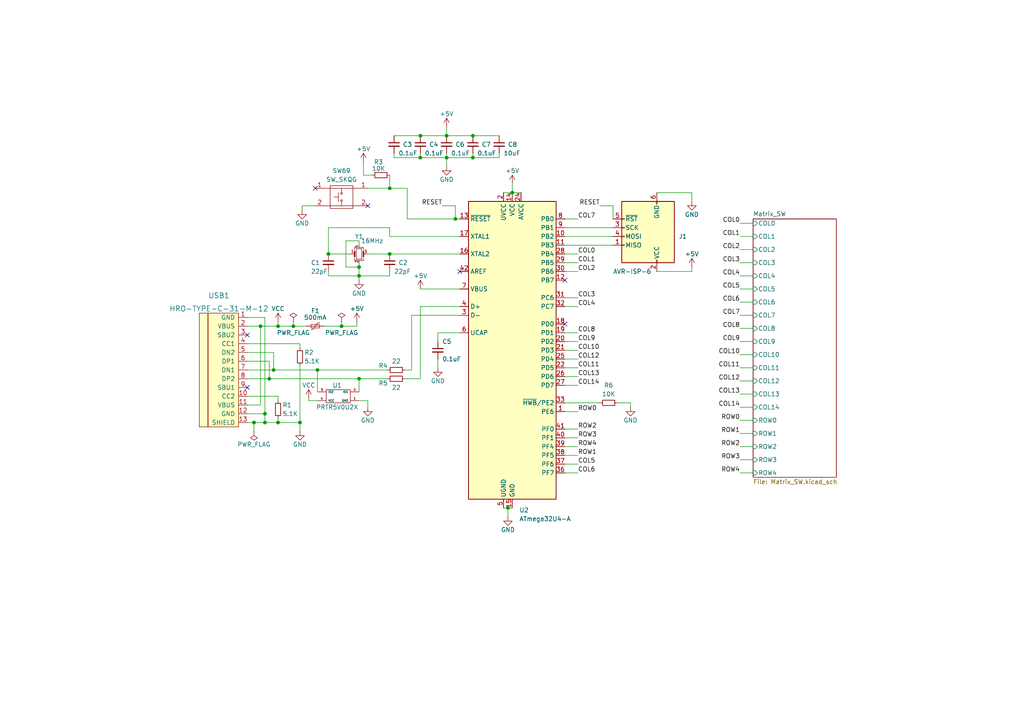
<source format=kicad_sch>
(kicad_sch (version 20211123) (generator eeschema)
  (paper "A4")
  (title_block (title "DIY-Keyboard From Scratch") (date "2023-03-07") (company "Self Employed"))
  (lib_symbols
    (symbol "Connector:AVR-ISP-6" (pin_names (offset 1.016))
      (property "Reference" "J" (at -6.35 11.43 0))
      (property "Value" "AVR-ISP-6" (at 0 11.43 0))
      (symbol "AVR-ISP-6_0_1"
        (rectangle (start -2.667 -6.858) (end -2.413 -7.62))
        (rectangle (start -2.667 10.16) (end -2.413 9.398))
        (rectangle (start 7.62 -2.413) (end 6.858 -2.667))
        (rectangle (start 7.62 0.127) (end 6.858 -0.127))
        (rectangle (start 7.62 2.667) (end 6.858 2.413))
        (rectangle (start 7.62 5.207) (end 6.858 4.953))
        (rectangle (start 7.62 10.16) (end -7.62 -7.62) (stroke (width 0.254)) (fill (type background)))
      )
      (symbol "AVR-ISP-6_1_1"
        (pin passive line (at 10.16 5.08 180) (length 2.54) (name "MISO") (number "1"))
        (pin passive line (at -2.54 12.7 270) (length 2.54) (name "VCC") (number "2"))
        (pin passive line (at 10.16 0 180) (length 2.54) (name "SCK") (number "3"))
        (pin passive line (at 10.16 2.54 180) (length 2.54) (name "MOSI") (number "4"))
        (pin passive line (at 10.16 -2.54 180) (length 2.54) (name "~{RST}") (number "5"))
        (pin passive line (at -2.54 -10.16 90) (length 2.54) (name "GND") (number "6"))
      )
    )
    (symbol "Device:C_Small" (pin_numbers hide) (pin_names (offset 0.254) hide)
      (property "Reference" "C" (at 0.254 1.778 0))
      (property "Value" "C_Small" (at 0.254 -2.032 0))
      (symbol "C_Small_0_1"
        (polyline (pts (xy -1.524 -0.508) (xy 1.524 -0.508)) (stroke (width 0.3302)))
        (polyline (pts (xy -1.524 0.508) (xy 1.524 0.508)) (stroke (width 0.3048)))
      )
      (symbol "C_Small_1_1"
        (pin passive line (at 0 2.54 270) (length 2.032) (name "~") (number "1"))
        (pin passive line (at 0 -2.54 90) (length 2.032) (name "~") (number "2"))
      )
    )
    (symbol "Device:Crystal_GND24_Small" (pin_names (offset 1.016) hide)
      (property "Reference" "Y" (at 1.27 4.445 0))
      (property "Value" "Crystal_GND24_Small" (at 1.27 2.54 0))
      (symbol "Crystal_GND24_Small_0_1"
        (rectangle (start -0.762 -1.524) (end 0.762 1.524))
        (polyline (pts (xy -1.27 -0.762) (xy -1.27 0.762)) (stroke (width 0.381)))
        (polyline (pts (xy 1.27 -0.762) (xy 1.27 0.762)) (stroke (width 0.381)))
        (polyline (pts (xy -1.27 -1.27) (xy -1.27 -1.905) (xy 1.27 -1.905) (xy 1.27 -1.27)))
        (polyline (pts (xy -1.27 1.27) (xy -1.27 1.905) (xy 1.27 1.905) (xy 1.27 1.27)))
      )
      (symbol "Crystal_GND24_Small_1_1"
        (pin passive line (at -2.54 0 0) (length 1.27) (name "1") (number "1"))
        (pin passive line (at 0 -2.54 90) (length 0.635) (name "2") (number "2"))
        (pin passive line (at 2.54 0 180) (length 1.27) (name "3") (number "3"))
        (pin passive line (at 0 2.54 270) (length 0.635) (name "4") (number "4"))
      )
    )
    (symbol "Device:Polyfuse_Small" (pin_numbers hide) (pin_names (offset 0))
      (property "Reference" "F" (at -1.905 0 90))
      (property "Value" "Polyfuse_Small" (at 1.905 0 90))
      (symbol "Polyfuse_Small_0_1"
        (rectangle (start -0.508 1.27) (end 0.508 -1.27))
        (polyline (pts (xy 0 2.54) (xy 0 -2.54)))
        (polyline (pts (xy -1.016 1.27) (xy -1.016 0.762) (xy 1.016 -0.762) (xy 1.016 -1.27)))
      )
      (symbol "Polyfuse_Small_1_1"
        (pin passive line (at 0 2.54 270) (length 0.635) (name "~") (number "1"))
        (pin passive line (at 0 -2.54 90) (length 0.635) (name "~") (number "2"))
      )
    )
    (symbol "Device:R_Small" (pin_numbers hide) (pin_names (offset 0.254) hide)
      (property "Reference" "R" (at 0.762 0.508 0))
      (property "Value" "R_Small" (at 0.762 -1.016 0))
      (symbol "R_Small_0_1"
        (rectangle (start -0.762 1.778) (end 0.762 -1.778) (stroke (width 0.2032)))
      )
      (symbol "R_Small_1_1"
        (pin passive line (at 0 2.54 270) (length 0.762) (name "~") (number "1"))
        (pin passive line (at 0 -2.54 90) (length 0.762) (name "~") (number "2"))
      )
    )
    (symbol "MCU_Microchip_ATmega:ATmega32U4-A"
      (property "Reference" "U" (at -12.7 44.45 0))
      (property "Value" "ATmega32U4-A" (at 2.54 -44.45 0))
      (symbol "ATmega32U4-A_0_1"
        (rectangle (start -12.7 -43.18) (end 12.7 43.18) (stroke (width 0.254)) (fill (type background)))
      )
      (symbol "ATmega32U4-A_1_1"
        (pin bidirectional line (at 15.24 -17.78 180) (length 2.54) (name "PE6") (number "1"))
        (pin bidirectional line (at 15.24 33.02 180) (length 2.54) (name "PB2") (number "10"))
        (pin bidirectional line (at 15.24 30.48 180) (length 2.54) (name "PB3") (number "11"))
        (pin bidirectional line (at 15.24 20.32 180) (length 2.54) (name "PB7") (number "12"))
        (pin input line (at -15.24 38.1 0) (length 2.54) (name "~{RESET}") (number "13"))
        (pin power_in line (at 0 45.72 270) (length 2.54) (name "VCC") (number "14"))
        (pin power_in line (at 0 -45.72 90) (length 2.54) (name "GND") (number "15"))
        (pin output line (at -15.24 27.94 0) (length 2.54) (name "XTAL2") (number "16"))
        (pin input line (at -15.24 33.02 0) (length 2.54) (name "XTAL1") (number "17"))
        (pin bidirectional line (at 15.24 7.62 180) (length 2.54) (name "PD0") (number "18"))
        (pin bidirectional line (at 15.24 5.08 180) (length 2.54) (name "PD1") (number "19"))
        (pin power_in line (at -2.54 45.72 270) (length 2.54) (name "UVCC") (number "2"))
        (pin bidirectional line (at 15.24 2.54 180) (length 2.54) (name "PD2") (number "20"))
        (pin bidirectional line (at 15.24 0 180) (length 2.54) (name "PD3") (number "21"))
        (pin bidirectional line (at 15.24 -5.08 180) (length 2.54) (name "PD5") (number "22"))
        (pin passive line (at 0 -45.72 90) (length 2.54) hide (name "GND") (number "23"))
        (pin power_in line (at 2.54 45.72 270) (length 2.54) (name "AVCC") (number "24"))
        (pin bidirectional line (at 15.24 -2.54 180) (length 2.54) (name "PD4") (number "25"))
        (pin bidirectional line (at 15.24 -7.62 180) (length 2.54) (name "PD6") (number "26"))
        (pin bidirectional line (at 15.24 -10.16 180) (length 2.54) (name "PD7") (number "27"))
        (pin bidirectional line (at 15.24 27.94 180) (length 2.54) (name "PB4") (number "28"))
        (pin bidirectional line (at 15.24 25.4 180) (length 2.54) (name "PB5") (number "29"))
        (pin bidirectional line (at -15.24 10.16 0) (length 2.54) (name "D-") (number "3"))
        (pin bidirectional line (at 15.24 22.86 180) (length 2.54) (name "PB6") (number "30"))
        (pin bidirectional line (at 15.24 15.24 180) (length 2.54) (name "PC6") (number "31"))
        (pin bidirectional line (at 15.24 12.7 180) (length 2.54) (name "PC7") (number "32"))
        (pin bidirectional line (at 15.24 -15.24 180) (length 2.54) (name "~{HWB}/PE2") (number "33"))
        (pin passive line (at 0 45.72 270) (length 2.54) hide (name "VCC") (number "34"))
        (pin passive line (at 0 -45.72 90) (length 2.54) hide (name "GND") (number "35"))
        (pin bidirectional line (at 15.24 -35.56 180) (length 2.54) (name "PF7") (number "36"))
        (pin bidirectional line (at 15.24 -33.02 180) (length 2.54) (name "PF6") (number "37"))
        (pin bidirectional line (at 15.24 -30.48 180) (length 2.54) (name "PF5") (number "38"))
        (pin bidirectional line (at 15.24 -27.94 180) (length 2.54) (name "PF4") (number "39"))
        (pin bidirectional line (at -15.24 12.7 0) (length 2.54) (name "D+") (number "4"))
        (pin bidirectional line (at 15.24 -25.4 180) (length 2.54) (name "PF1") (number "40"))
        (pin bidirectional line (at 15.24 -22.86 180) (length 2.54) (name "PF0") (number "41"))
        (pin passive line (at -15.24 22.86 0) (length 2.54) (name "AREF") (number "42"))
        (pin passive line (at 0 -45.72 90) (length 2.54) hide (name "GND") (number "43"))
        (pin passive line (at 2.54 45.72 270) (length 2.54) hide (name "AVCC") (number "44"))
        (pin passive line (at -2.54 -45.72 90) (length 2.54) (name "UGND") (number "5"))
        (pin passive line (at -15.24 5.08 0) (length 2.54) (name "UCAP") (number "6"))
        (pin input line (at -15.24 17.78 0) (length 2.54) (name "VBUS") (number "7"))
        (pin bidirectional line (at 15.24 38.1 180) (length 2.54) (name "PB0") (number "8"))
        (pin bidirectional line (at 15.24 35.56 180) (length 2.54) (name "PB1") (number "9"))
      )
    )
    (symbol "PWR_protection:PRTR5V0U2X"
      (property "Reference" "U" (at 0 3.175 0))
      (property "Value" "PRTR5V0U2X" (at 0.635 1.27 0))
      (symbol "PRTR5V0U2X_0_1"
        (rectangle (start -3.175 0) (end 3.81 -3.81))
      )
      (symbol "PRTR5V0U2X_1_1"
        (pin passive line (at 6.35 -3.175 180) (length 2.54) (name "GND") (number "1"))
        (pin passive line (at 6.35 -0.635 180) (length 2.54) (name "IO1") (number "2"))
        (pin passive line (at -5.715 -0.635 0) (length 2.54) (name "IO2") (number "3"))
        (pin passive line (at -5.715 -3.175 0) (length 2.54) (name "VCC") (number "4"))
      )
    )
    (symbol "SW_SK:SW_SKQG"
      (property "Reference" "SW" (at 0 2.54 0))
      (property "Value" "SW_SKQG" (at 0 -7.62 0))
      (symbol "SW_SKQG_0_1"
        (rectangle (start -3.302 0.762) (end 3.302 -5.842))
        (circle (center 0 -3.556) (radius 0.254))
        (circle (center 0 -1.524) (radius 0.254))
        (polyline (pts (xy -5.08 0) (xy 5.08 0)))
        (polyline (pts (xy -2.159 -2.54) (xy -0.889 -2.54)))
        (polyline (pts (xy -0.889 -1.27) (xy -0.889 -3.81)))
        (polyline (pts (xy 0 -3.81) (xy 0 -5.08)))
        (polyline (pts (xy 0 -1.27) (xy 0 0)))
        (polyline (pts (xy 5.08 -5.08) (xy -5.08 -5.08)))
      )
      (symbol "SW_SKQG_1_1"
        (pin passive line (at -7.62 0 0) (length 2.54) (name "") (number "1"))
        (pin passive line (at 7.62 0 180) (length 2.54) (name "") (number "1"))
        (pin passive line (at -7.62 -5.08 0) (length 2.54) (name "") (number "2"))
        (pin passive line (at 7.62 -5.08 180) (length 2.54) (name "") (number "2"))
      )
    )
    (symbol "Type-C:HRO-TYPE-C-31-M-12" (pin_names (offset 1.016))
      (property "Reference" "USB" (at -5.08 16.51 0))
      (property "Value" "HRO-TYPE-C-31-M-12" (at -10.16 -1.27 90))
      (symbol "HRO-TYPE-C-31-M-12_0_1"
        (rectangle (start -11.43 15.24) (end -8.89 -17.78) (fill (type background)))
        (rectangle (start 0 -17.78) (end -8.89 15.24) (fill (type background)))
      )
      (symbol "HRO-TYPE-C-31-M-12_1_1"
        (pin input line (at 2.54 13.97 180) (length 2.54) (name "GND") (number "1"))
        (pin input line (at 2.54 -8.89 180) (length 2.54) (name "CC2") (number "10"))
        (pin input line (at 2.54 -11.43 180) (length 2.54) (name "VBUS") (number "11"))
        (pin input line (at 2.54 -13.97 180) (length 2.54) (name "GND") (number "12"))
        (pin input line (at 2.54 -16.51 180) (length 2.54) (name "SHIELD") (number "13"))
        (pin input line (at 2.54 11.43 180) (length 2.54) (name "VBUS") (number "2"))
        (pin input line (at 2.54 8.89 180) (length 2.54) (name "SBU2") (number "3"))
        (pin input line (at 2.54 6.35 180) (length 2.54) (name "CC1") (number "4"))
        (pin input line (at 2.54 3.81 180) (length 2.54) (name "DN2") (number "5"))
        (pin input line (at 2.54 1.27 180) (length 2.54) (name "DP1") (number "6"))
        (pin input line (at 2.54 -1.27 180) (length 2.54) (name "DN1") (number "7"))
        (pin input line (at 2.54 -3.81 180) (length 2.54) (name "DP2") (number "8"))
        (pin input line (at 2.54 -6.35 180) (length 2.54) (name "SBU1") (number "9"))
      )
    )
    (symbol "power:+5V" (power) (pin_names (offset 0))
      (property "Value" "+5V" (at 0 3.556 0))
      (symbol "+5V_0_1"
        (polyline (pts (xy -0.762 1.27) (xy 0 2.54)))
        (polyline (pts (xy 0 0) (xy 0 2.54)))
        (polyline (pts (xy 0 2.54) (xy 0.762 1.27)))
      )
      (symbol "+5V_1_1"
        (pin power_in line (at 0 0 90) (length 0) hide (name "+5V") (number "1"))
      )
    )
    (symbol "power:GND" (power) (pin_names (offset 0))
      (property "Value" "GND" (at 0 -3.81 0))
      (symbol "GND_0_1"
        (polyline (pts (xy 0 0) (xy 0 -1.27) (xy 1.27 -1.27) (xy 0 -2.54) (xy -1.27 -1.27) (xy 0 -1.27)))
      )
      (symbol "GND_1_1"
        (pin power_in line (at 0 0 270) (length 0) hide (name "GND") (number "1"))
      )
    )
    (symbol "power:PWR_FLAG" (power) (pin_numbers hide) (pin_names (offset 0) hide)
      (property "Value" "PWR_FLAG" (at 0 3.81 0))
      (symbol "PWR_FLAG_0_0"
        (pin power_out line (at 0 0 90) (length 0) (name "pwr") (number "1"))
      )
      (symbol "PWR_FLAG_0_1"
        (polyline (pts (xy 0 0) (xy 0 1.27) (xy -1.016 1.905) (xy 0 2.54) (xy 1.016 1.905) (xy 0 1.27)))
      )
    )
    (symbol "power:VCC" (power) (pin_names (offset 0))
      (property "Value" "VCC" (at 0 3.81 0))
      (symbol "VCC_0_1"
        (polyline (pts (xy -0.762 1.27) (xy 0 2.54)))
        (polyline (pts (xy 0 0) (xy 0 2.54)))
        (polyline (pts (xy 0 2.54) (xy 0.762 1.27)))
      )
      (symbol "VCC_1_1"
        (pin power_in line (at 0 0 90) (length 0) hide (name "VCC") (number "1"))
      )
    )
  )
  (junction (at 76.835 122.555))
  (junction (at 79.375 107.315))
  (junction (at 80.645 122.555))
  (junction (at 80.645 94.615))
  (junction (at 104.14 80.01))
  (junction (at 104.14 109.855))
  (junction (at 73.66 122.555))
  (junction (at 113.03 73.66))
  (junction (at 129.54 39.37))
  (junction (at 86.995 122.555))
  (junction (at 113.03 54.61))
  (junction (at 129.54 45.72))
  (junction (at 148.59 55.88))
  (junction (at 92.075 107.315))
  (junction (at 121.92 45.72))
  (junction (at 104.14 77.47))
  (junction (at 121.92 39.37))
  (junction (at 75.565 94.615))
  (junction (at 137.16 39.37))
  (junction (at 137.16 45.72))
  (junction (at 99.06 94.615))
  (junction (at 95.25 73.66))
  (junction (at 85.09 94.615))
  (junction (at 147.32 147.32))
  (junction (at 76.835 120.015))
  (junction (at 78.105 109.855))
  (junction (at 132.08 63.5))
  (no_connect (at 91.44 54.61))
  (no_connect (at 163.83 81.28))
  (no_connect (at 106.68 59.69))
  (no_connect (at 163.83 93.98))
  (no_connect (at 133.35 78.74))
  (no_connect (at 71.755 97.155))
  (no_connect (at 71.755 112.395))
  (wire (pts (xy 148.59 53.34) (xy 148.59 55.88)))
  (wire (pts (xy 163.83 134.62) (xy 167.64 134.62)))
  (wire (pts (xy 146.05 55.88) (xy 148.59 55.88)))
  (wire (pts (xy 89.535 115.57) (xy 89.535 116.205)))
  (wire (pts (xy 71.755 92.075) (xy 76.835 92.075)))
  (wire (pts (xy 119.38 107.315) (xy 117.475 107.315)))
  (wire (pts (xy 80.645 94.615) (xy 75.565 94.615)))
  (wire (pts (xy 163.83 106.68) (xy 167.64 106.68)))
  (wire (pts (xy 104.14 76.2) (xy 104.14 77.47)))
  (wire (pts (xy 127 96.52) (xy 133.35 96.52)))
  (wire (pts (xy 80.645 121.285) (xy 80.645 122.555)))
  (wire (pts (xy 71.755 102.235) (xy 79.375 102.235)))
  (wire (pts (xy 113.03 68.58) (xy 113.03 66.04)))
  (wire (pts (xy 71.755 122.555) (xy 73.66 122.555)))
  (wire (pts (xy 182.88 118.11) (xy 182.88 116.84)))
  (wire (pts (xy 200.66 77.47) (xy 200.66 78.74)))
  (wire (pts (xy 163.83 99.06) (xy 167.64 99.06)))
  (wire (pts (xy 214.63 118.11) (xy 218.44 118.11)))
  (wire (pts (xy 163.83 127) (xy 167.64 127)))
  (wire (pts (xy 106.68 116.205) (xy 104.14 116.205)))
  (wire (pts (xy 104.14 80.01) (xy 95.25 80.01)))
  (wire (pts (xy 75.565 117.475) (xy 71.755 117.475)))
  (wire (pts (xy 107.95 50.8) (xy 105.41 50.8)))
  (wire (pts (xy 106.68 54.61) (xy 113.03 54.61)))
  (wire (pts (xy 214.63 129.54) (xy 218.44 129.54)))
  (wire (pts (xy 137.16 44.45) (xy 137.16 45.72)))
  (wire (pts (xy 132.08 63.5) (xy 132.08 59.69)))
  (wire (pts (xy 182.88 116.84) (xy 179.07 116.84)))
  (wire (pts (xy 163.83 78.74) (xy 167.64 78.74)))
  (wire (pts (xy 78.105 104.775) (xy 78.105 109.855)))
  (wire (pts (xy 79.375 102.235) (xy 79.375 107.315)))
  (wire (pts (xy 214.63 137.16) (xy 218.44 137.16)))
  (wire (pts (xy 200.66 55.88) (xy 190.5 55.88)))
  (wire (pts (xy 86.995 122.555) (xy 86.995 125.095)))
  (wire (pts (xy 79.375 107.315) (xy 92.075 107.315)))
  (wire (pts (xy 163.83 116.84) (xy 173.99 116.84)))
  (wire (pts (xy 163.83 111.76) (xy 167.64 111.76)))
  (wire (pts (xy 99.06 93.345) (xy 99.06 94.615)))
  (wire (pts (xy 163.83 137.16) (xy 167.64 137.16)))
  (wire (pts (xy 121.92 39.37) (xy 129.54 39.37)))
  (wire (pts (xy 104.14 109.855) (xy 112.395 109.855)))
  (wire (pts (xy 113.03 66.04) (xy 95.25 66.04)))
  (wire (pts (xy 100.33 69.85) (xy 100.33 77.47)))
  (wire (pts (xy 129.54 44.45) (xy 129.54 45.72)))
  (wire (pts (xy 103.505 94.615) (xy 99.06 94.615)))
  (wire (pts (xy 214.63 95.25) (xy 218.44 95.25)))
  (wire (pts (xy 85.09 94.615) (xy 88.9 94.615)))
  (wire (pts (xy 163.83 132.08) (xy 167.64 132.08)))
  (wire (pts (xy 214.63 110.49) (xy 218.44 110.49)))
  (wire (pts (xy 117.475 109.855) (xy 121.92 109.855)))
  (wire (pts (xy 146.05 147.32) (xy 147.32 147.32)))
  (wire (pts (xy 121.92 44.45) (xy 121.92 45.72)))
  (wire (pts (xy 114.3 45.72) (xy 114.3 44.45)))
  (wire (pts (xy 214.63 83.82) (xy 218.44 83.82)))
  (wire (pts (xy 95.25 66.04) (xy 95.25 73.66)))
  (wire (pts (xy 214.63 99.06) (xy 218.44 99.06)))
  (wire (pts (xy 86.995 106.045) (xy 86.995 122.555)))
  (wire (pts (xy 85.09 93.345) (xy 85.09 94.615)))
  (wire (pts (xy 129.54 39.37) (xy 137.16 39.37)))
  (wire (pts (xy 214.63 68.58) (xy 218.44 68.58)))
  (wire (pts (xy 173.99 59.69) (xy 177.8 59.69)))
  (wire (pts (xy 163.83 96.52) (xy 167.64 96.52)))
  (wire (pts (xy 214.63 121.92) (xy 218.44 121.92)))
  (wire (pts (xy 104.14 77.47) (xy 104.14 80.01)))
  (wire (pts (xy 214.63 133.35) (xy 218.44 133.35)))
  (wire (pts (xy 113.03 54.61) (xy 118.11 54.61)))
  (wire (pts (xy 214.63 91.44) (xy 218.44 91.44)))
  (wire (pts (xy 163.83 101.6) (xy 167.64 101.6)))
  (wire (pts (xy 214.63 64.77) (xy 218.44 64.77)))
  (wire (pts (xy 129.54 45.72) (xy 121.92 45.72)))
  (wire (pts (xy 95.25 80.01) (xy 95.25 78.74)))
  (wire (pts (xy 132.08 63.5) (xy 133.35 63.5)))
  (wire (pts (xy 121.92 88.9) (xy 133.35 88.9)))
  (wire (pts (xy 71.755 109.855) (xy 78.105 109.855)))
  (wire (pts (xy 113.03 78.74) (xy 113.03 80.01)))
  (wire (pts (xy 114.3 39.37) (xy 121.92 39.37)))
  (wire (pts (xy 105.41 50.8) (xy 105.41 46.99)))
  (wire (pts (xy 127 99.06) (xy 127 96.52)))
  (wire (pts (xy 71.755 107.315) (xy 79.375 107.315)))
  (wire (pts (xy 106.68 118.11) (xy 106.68 116.205)))
  (wire (pts (xy 200.66 58.42) (xy 200.66 55.88)))
  (wire (pts (xy 103.505 93.345) (xy 103.505 94.615)))
  (wire (pts (xy 87.63 59.69) (xy 87.63 60.96)))
  (wire (pts (xy 177.8 59.69) (xy 177.8 63.5)))
  (wire (pts (xy 214.63 114.3) (xy 218.44 114.3)))
  (wire (pts (xy 91.44 59.69) (xy 87.63 59.69)))
  (wire (pts (xy 71.755 120.015) (xy 76.835 120.015)))
  (wire (pts (xy 137.16 45.72) (xy 129.54 45.72)))
  (wire (pts (xy 163.83 76.2) (xy 167.64 76.2)))
  (wire (pts (xy 163.83 66.04) (xy 177.8 66.04)))
  (wire (pts (xy 137.16 39.37) (xy 144.78 39.37)))
  (wire (pts (xy 200.66 78.74) (xy 190.5 78.74)))
  (wire (pts (xy 121.92 83.82) (xy 133.35 83.82)))
  (wire (pts (xy 163.83 88.9) (xy 167.64 88.9)))
  (wire (pts (xy 144.78 45.72) (xy 137.16 45.72)))
  (wire (pts (xy 121.92 109.855) (xy 121.92 88.9)))
  (wire (pts (xy 163.83 68.58) (xy 177.8 68.58)))
  (wire (pts (xy 86.995 99.695) (xy 71.755 99.695)))
  (wire (pts (xy 99.06 94.615) (xy 93.98 94.615)))
  (wire (pts (xy 147.32 147.32) (xy 147.32 149.86)))
  (wire (pts (xy 104.14 109.855) (xy 104.14 113.665)))
  (wire (pts (xy 113.03 54.61) (xy 113.03 50.8)))
  (wire (pts (xy 163.83 71.12) (xy 177.8 71.12)))
  (wire (pts (xy 78.105 109.855) (xy 104.14 109.855)))
  (wire (pts (xy 73.66 122.555) (xy 76.835 122.555)))
  (wire (pts (xy 76.835 122.555) (xy 76.835 120.015)))
  (wire (pts (xy 113.03 68.58) (xy 133.35 68.58)))
  (wire (pts (xy 163.83 109.22) (xy 167.64 109.22)))
  (wire (pts (xy 214.63 72.39) (xy 218.44 72.39)))
  (wire (pts (xy 92.075 107.315) (xy 112.395 107.315)))
  (wire (pts (xy 214.63 80.01) (xy 218.44 80.01)))
  (wire (pts (xy 144.78 44.45) (xy 144.78 45.72)))
  (wire (pts (xy 86.995 100.965) (xy 86.995 99.695)))
  (wire (pts (xy 133.35 91.44) (xy 119.38 91.44)))
  (wire (pts (xy 214.63 102.87) (xy 218.44 102.87)))
  (wire (pts (xy 118.11 63.5) (xy 132.08 63.5)))
  (wire (pts (xy 118.11 63.5) (xy 118.11 54.61)))
  (wire (pts (xy 104.14 69.85) (xy 100.33 69.85)))
  (wire (pts (xy 163.83 86.36) (xy 167.64 86.36)))
  (wire (pts (xy 104.14 81.28) (xy 104.14 80.01)))
  (wire (pts (xy 214.63 76.2) (xy 218.44 76.2)))
  (wire (pts (xy 71.755 94.615) (xy 75.565 94.615)))
  (wire (pts (xy 214.63 125.73) (xy 218.44 125.73)))
  (wire (pts (xy 163.83 73.66) (xy 167.64 73.66)))
  (wire (pts (xy 100.33 77.47) (xy 104.14 77.47)))
  (wire (pts (xy 163.83 119.38) (xy 167.64 119.38)))
  (wire (pts (xy 76.835 120.015) (xy 76.835 92.075)))
  (wire (pts (xy 80.645 93.345) (xy 80.645 94.615)))
  (wire (pts (xy 129.54 45.72) (xy 129.54 48.26)))
  (wire (pts (xy 71.755 104.775) (xy 78.105 104.775)))
  (wire (pts (xy 127 104.14) (xy 127 106.68)))
  (wire (pts (xy 148.59 55.88) (xy 151.13 55.88)))
  (wire (pts (xy 129.54 36.83) (xy 129.54 39.37)))
  (wire (pts (xy 132.08 59.69) (xy 128.27 59.69)))
  (wire (pts (xy 80.645 114.935) (xy 80.645 116.205)))
  (wire (pts (xy 119.38 91.44) (xy 119.38 107.315)))
  (wire (pts (xy 104.14 71.12) (xy 104.14 69.85)))
  (wire (pts (xy 89.535 116.205) (xy 92.075 116.205)))
  (wire (pts (xy 113.03 80.01) (xy 104.14 80.01)))
  (wire (pts (xy 80.645 94.615) (xy 85.09 94.615)))
  (wire (pts (xy 80.645 122.555) (xy 86.995 122.555)))
  (wire (pts (xy 76.835 122.555) (xy 80.645 122.555)))
  (wire (pts (xy 106.68 73.66) (xy 113.03 73.66)))
  (wire (pts (xy 75.565 94.615) (xy 75.565 117.475)))
  (wire (pts (xy 113.03 73.66) (xy 133.35 73.66)))
  (wire (pts (xy 214.63 87.63) (xy 218.44 87.63)))
  (wire (pts (xy 121.92 45.72) (xy 114.3 45.72)))
  (wire (pts (xy 214.63 106.68) (xy 218.44 106.68)))
  (wire (pts (xy 73.66 122.555) (xy 73.66 125.095)))
  (wire (pts (xy 95.25 73.66) (xy 101.6 73.66)))
  (wire (pts (xy 163.83 129.54) (xy 167.64 129.54)))
  (wire (pts (xy 163.83 104.14) (xy 167.64 104.14)))
  (wire (pts (xy 163.83 63.5) (xy 167.64 63.5)))
  (wire (pts (xy 163.83 124.46) (xy 167.64 124.46)))
  (wire (pts (xy 71.755 114.935) (xy 80.645 114.935)))
  (wire (pts (xy 147.32 147.32) (xy 148.59 147.32)))
  (wire (pts (xy 92.075 107.315) (xy 92.075 113.665)))
  (label "COL11" (at 214.63 106.68 180))
  (label "COL1" (at 167.64 76.2 0))
  (label "COL2" (at 167.64 78.74 0))
  (label "COL4" (at 214.63 80.01 180))
  (label "COL10" (at 214.63 102.87 180))
  (label "COL9" (at 167.64 99.06 0))
  (label "ROW2" (at 214.63 129.54 180))
  (label "COL13" (at 167.64 109.22 0))
  (label "COL13" (at 214.63 114.3 180))
  (label "ROW4" (at 214.63 137.16 180))
  (label "ROW3" (at 167.64 127 0))
  (label "COL2" (at 214.63 72.39 180))
  (label "ROW3" (at 214.63 133.35 180))
  (label "COL0" (at 167.64 73.66 0))
  (label "COL12" (at 167.64 104.14 0))
  (label "ROW4" (at 167.64 129.54 0))
  (label "RESET" (at 173.99 59.69 180))
  (label "COL3" (at 214.63 76.2 180))
  (label "COL0" (at 214.63 64.77 180))
  (label "COL7" (at 214.63 91.44 180))
  (label "COL7" (at 167.64 63.5 0))
  (label "ROW0" (at 167.64 119.38 0))
  (label "COL14" (at 214.63 118.11 180))
  (label "COL5" (at 214.63 83.82 180))
  (label "COL8" (at 214.63 95.25 180))
  (label "COL10" (at 167.64 101.6 0))
  (label "COL1" (at 214.63 68.58 180))
  (label "COL12" (at 214.63 110.49 180))
  (label "RESET" (at 128.27 59.69 180))
  (label "COL6" (at 167.64 137.16 0))
  (label "ROW1" (at 167.64 132.08 0))
  (label "COL11" (at 167.64 106.68 0))
  (label "COL5" (at 167.64 134.62 0))
  (label "ROW2" (at 167.64 124.46 0))
  (label "ROW1" (at 214.63 125.73 180))
  (label "COL14" (at 167.64 111.76 0))
  (label "COL3" (at 167.64 86.36 0))
  (label "COL6" (at 214.63 87.63 180))
  (label "COL9" (at 214.63 99.06 180))
  (label "COL8" (at 167.64 96.52 0))
  (label "COL4" (at 167.64 88.9 0))
  (label "ROW0" (at 214.63 121.92 180))
  (symbol (lib_id "Device:R_Small") (at 80.645 118.745 0) (unit 1)
    (property "Reference" "R1" (at 81.915 117.475 0) (effects (justify left)))
    (property "Value" "5.1K" (at 81.915 120.015 0) (effects (justify left)))
    (property "Footprint" "Resistor_SMD:R_0805_2012Metric_Pad1.20x1.40mm_HandSolder" (effects hide))
  )
  (symbol (lib_id "Device:R_Small") (at 114.935 107.315 90) (unit 1)
    (property "Reference" "R4" (at 111.125 106.045 90))
    (property "Value" "22" (at 114.935 104.775 90))
    (property "Footprint" "Resistor_SMD:R_0805_2012Metric_Pad1.20x1.40mm_HandSolder" (effects hide))
  )
  (symbol (lib_id "Device:R_Small") (at 176.53 116.84 90) (unit 1)
    (property "Reference" "R6" (at 176.53 111.76 90))
    (property "Value" "10K" (at 176.53 114.3 90))
    (property "Footprint" "Resistor_SMD:R_0805_2012Metric_Pad1.20x1.40mm_HandSolder" (effects hide))
  )
  (symbol (lib_id "power:VCC") (at 89.535 115.57 0) (unit 1)
    (property "Reference" "#PWR04" (effects hide))
    (property "Value" "VCC" (at 89.535 111.76 0))
  )
  (symbol (lib_id "power:GND") (at 86.995 125.095 0) (unit 1)
    (property "Reference" "#PWR02" (effects hide))
    (property "Value" "GND" (at 86.995 128.905 0))
  )
  (symbol (lib_id "power:PWR_FLAG") (at 73.66 125.095 180) (unit 1)
    (property "Reference" "#FLG01" (effects hide))
    (property "Value" "PWR_FLAG" (at 73.66 128.905 0))
  )
  (symbol (lib_id "Device:R_Small") (at 114.935 109.855 90) (unit 1)
    (property "Reference" "R5" (at 111.125 111.125 90))
    (property "Value" "22" (at 114.935 112.395 90))
    (property "Footprint" "Resistor_SMD:R_0805_2012Metric_Pad1.20x1.40mm_HandSolder" (effects hide))
  )
  (symbol (lib_id "Device:R_Small") (at 86.995 103.505 0) (unit 1)
    (property "Reference" "R2" (at 88.265 102.235 0) (effects (justify left)))
    (property "Value" "5.1K" (at 88.265 104.775 0) (effects (justify left)))
    (property "Footprint" "Resistor_SMD:R_0805_2012Metric_Pad1.20x1.40mm_HandSolder" (effects hide))
  )
  (symbol (lib_id "Device:C_Small") (at 113.03 76.2 0) (unit 1)
    (property "Reference" "C2" (at 115.57 76.2 0) (effects (justify left)))
    (property "Value" "22pF" (at 114.3 78.74 0) (effects (justify left)))
    (property "Footprint" "Capacitor_SMD:C_0805_2012Metric_Pad1.18x1.45mm_HandSolder" (effects hide))
  )
  (symbol (lib_id "power:GND") (at 129.54 48.26 0) (unit 1)
    (property "Reference" "#PWR012" (effects hide))
    (property "Value" "GND" (at 129.54 52.07 0))
  )
  (symbol (lib_id "power:+5V") (at 105.41 46.99 0) (unit 1)
    (property "Reference" "#PWR07" (effects hide))
    (property "Value" "+5V" (at 105.41 43.18 0))
  )
  (symbol (lib_id "power:GND") (at 200.66 58.42 0) (unit 1)
    (property "Reference" "#PWR016" (effects hide))
    (property "Value" "GND" (at 200.66 62.23 0))
  )
  (symbol (lib_id "SW_SK:SW_SKQG") (at 99.06 54.61 0) (unit 1)
    (property "Reference" "SW69" (at 99.06 49.53 0))
    (property "Value" "SW_SKQG" (at 99.06 52.07 0))
    (property "Footprint" "Button_Switch_SMD:SW_SPST_SKQG_WithoutStem" (effects hide))
  )
  (symbol (lib_id "Device:R_Small") (at 110.49 50.8 90) (unit 1)
    (property "Reference" "R3" (at 111.125 46.99 90) (effects (justify left)))
    (property "Value" "10K" (at 111.76 48.895 90) (effects (justify left)))
    (property "Footprint" "Resistor_SMD:R_0805_2012Metric_Pad1.20x1.40mm_HandSolder" (effects hide))
  )
  (symbol (lib_id "power:+5V") (at 200.66 77.47 0) (unit 1)
    (property "Reference" "#PWR017" (effects hide))
    (property "Value" "+5V" (at 200.66 73.66 0))
  )
  (symbol (lib_id "power:VCC") (at 80.645 93.345 0) (unit 1)
    (property "Reference" "#PWR01" (effects hide))
    (property "Value" "VCC" (at 80.645 89.535 0))
  )
  (symbol (lib_id "PWR_protection:PRTR5V0U2X") (at 97.79 113.03 0) (unit 1)
    (property "Reference" "U1" (at 97.79 111.76 0))
    (property "Value" "PRTR5V0U2X" (at 97.79 118.11 0))
    (property "Footprint" "Package_TO_SOT_SMD:SOT-143_Handsoldering" (effects hide))
  )
  (symbol (lib_id "power:GND") (at 182.88 118.11 0) (unit 1)
    (property "Reference" "#PWR015" (effects hide))
    (property "Value" "GND" (at 182.88 121.92 0))
  )
  (symbol (lib_id "Device:C_Small") (at 114.3 41.91 0) (unit 1)
    (property "Reference" "C3" (at 116.84 41.91 0) (effects (justify left)))
    (property "Value" "0.1uF" (at 115.57 44.45 0) (effects (justify left)))
    (property "Footprint" "Capacitor_SMD:C_0805_2012Metric_Pad1.18x1.45mm_HandSolder" (effects hide))
  )
  (symbol (lib_id "power:GND") (at 87.63 60.96 0) (unit 1)
    (property "Reference" "#PWR03" (effects hide))
    (property "Value" "GND" (at 87.63 64.77 0))
  )
  (symbol (lib_id "Device:C_Small") (at 121.92 41.91 0) (unit 1)
    (property "Reference" "C4" (at 124.46 41.91 0) (effects (justify left)))
    (property "Value" "0.1uF" (at 123.19 44.45 0) (effects (justify left)))
    (property "Footprint" "Capacitor_SMD:C_0805_2012Metric_Pad1.18x1.45mm_HandSolder" (effects hide))
  )
  (symbol (lib_id "power:+5V") (at 129.54 36.83 0) (unit 1)
    (property "Reference" "#PWR011" (effects hide))
    (property "Value" "+5V" (at 129.54 33.02 0))
  )
  (symbol (lib_id "Device:C_Small") (at 137.16 41.91 0) (unit 1)
    (property "Reference" "C7" (at 139.7 41.91 0) (effects (justify left)))
    (property "Value" "0.1uF" (at 138.43 44.45 0) (effects (justify left)))
    (property "Footprint" "Capacitor_SMD:C_0805_2012Metric_Pad1.18x1.45mm_HandSolder" (effects hide))
  )
  (symbol (lib_id "power:+5V") (at 148.59 53.34 0) (unit 1)
    (property "Reference" "#PWR014" (effects hide))
    (property "Value" "+5V" (at 148.59 49.53 0))
  )
  (symbol (lib_id "Device:Polyfuse_Small") (at 91.44 94.615 90) (unit 1)
    (property "Reference" "F1" (at 91.44 90.17 90))
    (property "Value" "500mA" (at 91.44 92.075 90))
    (property "Footprint" "Fuse:Fuse_1206_3216Metric_Pad1.42x1.75mm_HandSolder" (effects hide))
  )
  (symbol (lib_id "power:GND") (at 106.68 118.11 0) (unit 1)
    (property "Reference" "#PWR08" (effects hide))
    (property "Value" "GND" (at 106.68 121.92 0))
  )
  (symbol (lib_id "Device:C_Small") (at 95.25 76.2 0) (unit 1)
    (property "Reference" "C1" (at 90.17 76.2 0) (effects (justify left)))
    (property "Value" "22pF" (at 90.17 78.74 0) (effects (justify left)))
    (property "Footprint" "Capacitor_SMD:C_0805_2012Metric_Pad1.18x1.45mm_HandSolder" (effects hide))
  )
  (symbol (lib_id "power:GND") (at 127 106.68 0) (unit 1)
    (property "Reference" "#PWR010" (effects hide))
    (property "Value" "GND" (at 127 110.49 0))
  )
  (symbol (lib_id "power:PWR_FLAG") (at 99.06 93.345 0) (unit 1)
    (property "Reference" "#FLG03" (effects hide))
    (property "Value" "PWR_FLAG" (at 99.06 96.52 0))
  )
  (symbol (lib_id "Type-C:HRO-TYPE-C-31-M-12") (at 69.215 106.045 0) (unit 1)
    (property "Reference" "USB1" (at 63.5 85.725 0) (effects (font (size 1.524 1.524))))
    (property "Value" "HRO-TYPE-C-31-M-12" (at 63.5 89.535 0) (effects (font (size 1.524 1.524))))
    (property "Footprint" "Type-C:HRO-TYPE-C-31-M-12-HandSoldering" (effects hide))
  )
  (symbol (lib_id "power:PWR_FLAG") (at 85.09 93.345 0) (unit 1)
    (property "Reference" "#FLG02" (effects hide))
    (property "Value" "PWR_FLAG" (at 85.09 96.52 0))
  )
  (symbol (lib_id "power:+5V") (at 121.92 83.82 0) (unit 1)
    (property "Reference" "#PWR09" (effects hide))
    (property "Value" "+5V" (at 121.92 80.01 0))
  )
  (symbol (lib_id "Device:C_Small") (at 129.54 41.91 0) (unit 1)
    (property "Reference" "C6" (at 132.08 41.91 0) (effects (justify left)))
    (property "Value" "0.1uF" (at 130.81 44.45 0) (effects (justify left)))
    (property "Footprint" "Capacitor_SMD:C_0805_2012Metric_Pad1.18x1.45mm_HandSolder" (effects hide))
  )
  (symbol (lib_id "Connector:AVR-ISP-6") (at 187.96 66.04 180) (unit 1)
    (property "Reference" "J1" (at 196.85 68.5801 0) (effects (justify right)))
    (property "Value" "AVR-ISP-6" (at 177.8 78.74 0) (effects (justify right)))
    (property "Footprint" "ISP-header:Reset_Pretty-Mask" (effects hide))
    (property "Datasheet" " ~" (effects hide))
  )
  (symbol (lib_id "Device:C_Small") (at 127 101.6 0) (unit 1)
    (property "Reference" "C5" (at 128.27 99.06 0) (effects (justify left)))
    (property "Value" "0.1uF" (at 128.27 104.14 0) (effects (justify left)))
    (property "Footprint" "Capacitor_SMD:C_0805_2012Metric_Pad1.18x1.45mm_HandSolder" (effects hide))
  )
  (symbol (lib_id "power:+5V") (at 103.505 93.345 0) (unit 1)
    (property "Reference" "#PWR05" (effects hide))
    (property "Value" "+5V" (at 103.505 89.535 0))
  )
  (symbol (lib_id "Device:C_Small") (at 144.78 41.91 0) (unit 1)
    (property "Reference" "C8" (at 147.32 41.91 0) (effects (justify left)))
    (property "Value" "10uF" (at 146.05 44.45 0) (effects (justify left)))
    (property "Footprint" "Capacitor_SMD:C_0805_2012Metric_Pad1.18x1.45mm_HandSolder" (effects hide))
  )
  (symbol (lib_id "power:GND") (at 147.32 149.86 0) (unit 1)
    (property "Reference" "#PWR013" (effects hide))
    (property "Value" "GND" (at 147.32 153.67 0))
  )
  (symbol (lib_id "power:GND") (at 104.14 81.28 0) (unit 1)
    (property "Reference" "#PWR06" (effects hide))
    (property "Value" "GND" (at 104.14 85.09 0))
  )
  (symbol (lib_id "MCU_Microchip_ATmega:ATmega32U4-A") (at 148.59 101.6 0) (unit 1)
    (property "Reference" "U2" (at 150.6094 147.955 0) (effects (justify left)))
    (property "Value" "ATmega32U4-A" (at 150.6094 150.495 0) (effects (justify left)))
    (property "Footprint" "Package_QFP:TQFP-44_10x10mm_P0.8mm" (effects hide))
    (property "Datasheet" "http://ww1.microchip.com/downloads/en/DeviceDoc/Atmel-7766-8-bit-AVR-ATmega16U4-32U4_Datasheet.pdf" (effects hide))
  )
  (symbol (lib_id "Device:Crystal_GND24_Small") (at 104.14 73.66 0) (unit 1)
    (property "Reference" "Y1" (at 104.14 68.58 0))
    (property "Value" "16MHz" (at 107.95 69.85 0))
    (property "Footprint" "Crystal:Crystal_SMD_3225-4Pin_3.2x2.5mm_HandSoldering" (effects hide))
  )
  (sheet (at 218.44 63.5) (size 24.13 74.93) (stroke (width 0.1524))
    (property "Sheet name" "Matrix_SW" (at 218.44 62.7884 0) (effects (justify left bottom)))
    (property "Sheet file" "Matrix_SW.kicad_sch" (at 218.44 139.0146 0) (effects (justify left top)))
    (pin "COL13" input (at 218.44 114.3 180))
    (pin "COL12" input (at 218.44 110.49 180))
    (pin "COL14" input (at 218.44 118.11 180))
    (pin "COL11" input (at 218.44 106.68 180))
    (pin "COL9" input (at 218.44 99.06 180))
    (pin "COL10" input (at 218.44 102.87 180))
    (pin "COL6" input (at 218.44 87.63 180))
    (pin "COL5" input (at 218.44 83.82 180))
    (pin "COL7" input (at 218.44 91.44 180))
    (pin "COL8" input (at 218.44 95.25 180))
    (pin "ROW3" input (at 218.44 133.35 180))
    (pin "ROW4" input (at 218.44 137.16 180))
    (pin "ROW2" input (at 218.44 129.54 180))
    (pin "ROW0" input (at 218.44 121.92 180))
    (pin "ROW1" input (at 218.44 125.73 180))
    (pin "COL0" input (at 218.44 64.77 180))
    (pin "COL2" input (at 218.44 72.39 180))
    (pin "COL1" input (at 218.44 68.58 180))
    (pin "COL4" input (at 218.44 80.01 180))
    (pin "COL3" input (at 218.44 76.2 180))
  )
)
</source>
